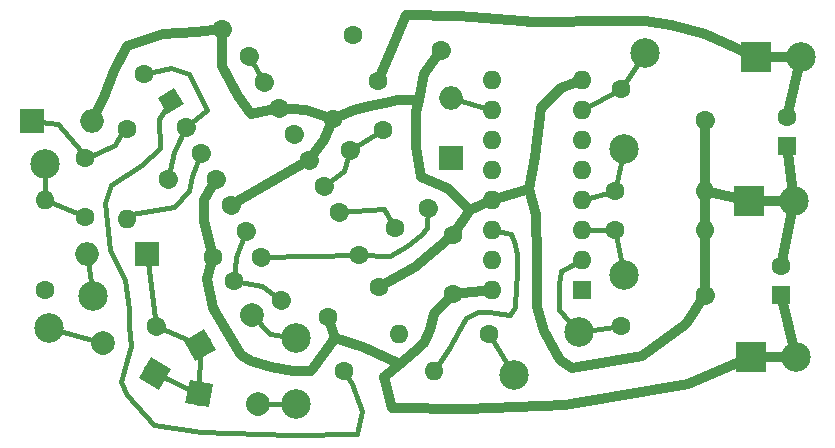
<source format=gbr>
G04 #@! TF.GenerationSoftware,KiCad,Pcbnew,(5.1.2-1)-1*
G04 #@! TF.CreationDate,2021-07-21T16:43:49-04:00*
G04 #@! TF.ProjectId,Four_Step_Sequencer,466f7572-5f53-4746-9570-5f5365717565,rev?*
G04 #@! TF.SameCoordinates,Original*
G04 #@! TF.FileFunction,Copper,L2,Bot*
G04 #@! TF.FilePolarity,Positive*
%FSLAX46Y46*%
G04 Gerber Fmt 4.6, Leading zero omitted, Abs format (unit mm)*
G04 Created by KiCad (PCBNEW (5.1.2-1)-1) date 2021-07-21 16:43:49*
%MOMM*%
%LPD*%
G04 APERTURE LIST*
%ADD10C,1.600000*%
%ADD11C,1.600000*%
%ADD12C,0.100000*%
%ADD13R,1.600000X1.600000*%
%ADD14O,1.600000X1.600000*%
%ADD15C,2.499360*%
%ADD16R,2.000000X2.000000*%
%ADD17O,2.000000X2.000000*%
%ADD18C,2.000000*%
%ADD19C,2.000000*%
%ADD20R,2.499360X2.499360*%
%ADD21C,0.406400*%
%ADD22C,0.812800*%
G04 APERTURE END LIST*
D10*
X31999114Y-16510000D03*
D11*
X31999114Y-16510000D02*
X31999114Y-16510000D01*
D10*
X33020000Y-33518227D03*
D11*
X33020000Y-33518227D02*
X33020000Y-33518227D01*
D10*
X33269114Y-18709705D03*
D11*
X33269114Y-18709705D02*
X33269114Y-18709705D01*
D10*
X31750000Y-31318523D03*
D11*
X31750000Y-31318523D02*
X31750000Y-31318523D01*
D10*
X34539114Y-20909409D03*
D11*
X34539114Y-20909409D02*
X34539114Y-20909409D01*
D10*
X30480000Y-29118818D03*
D11*
X30480000Y-29118818D02*
X30480000Y-29118818D01*
D10*
X35809114Y-23109114D03*
D11*
X35809114Y-23109114D02*
X35809114Y-23109114D01*
D10*
X29210000Y-26919114D03*
D11*
X29210000Y-26919114D02*
X29210000Y-26919114D01*
D10*
X37079114Y-25308818D03*
D11*
X37079114Y-25308818D02*
X37079114Y-25308818D01*
D10*
X27940000Y-24719409D03*
D11*
X27940000Y-24719409D02*
X27940000Y-24719409D01*
D10*
X38349114Y-27508523D03*
D11*
X38349114Y-27508523D02*
X38349114Y-27508523D01*
D10*
X26670000Y-22519705D03*
D11*
X26670000Y-22519705D02*
X26670000Y-22519705D01*
D10*
X39619114Y-29708227D03*
D11*
X39619114Y-29708227D02*
X39619114Y-29708227D01*
D10*
X25400000Y-20320000D03*
D12*
G36*
X25107180Y-21412820D02*
G01*
X24307180Y-20027180D01*
X25692820Y-19227180D01*
X26492820Y-20612820D01*
X25107180Y-21412820D01*
X25107180Y-21412820D01*
G37*
D10*
X30734000Y-35560000D03*
X24134886Y-39370000D03*
D11*
X24134886Y-39370000D02*
X24134886Y-39370000D01*
D13*
X60198000Y-36322000D03*
D14*
X52578000Y-18542000D03*
X60198000Y-33782000D03*
X52578000Y-21082000D03*
X60198000Y-31242000D03*
X52578000Y-23622000D03*
X60198000Y-28702000D03*
X52578000Y-26162000D03*
X60198000Y-26162000D03*
X52578000Y-28702000D03*
X60198000Y-23622000D03*
X52578000Y-31242000D03*
X60198000Y-21082000D03*
X52578000Y-33782000D03*
X60198000Y-18542000D03*
X52578000Y-36322000D03*
D15*
X35991800Y-45948600D03*
X36017200Y-40386000D03*
X18796000Y-36830000D03*
X15036800Y-39522400D03*
X65532000Y-16256000D03*
X63754000Y-24384000D03*
X59944000Y-39878000D03*
X63754000Y-35052000D03*
D10*
X18084800Y-25146000D03*
X18084800Y-30146000D03*
D13*
X77012800Y-36753800D03*
D10*
X77012800Y-34253800D03*
X77571600Y-21655400D03*
D13*
X77571600Y-24155400D03*
D10*
X49301400Y-31626800D03*
X49301400Y-36626800D03*
X39116000Y-21844000D03*
X42946222Y-18630062D03*
X38658800Y-38582600D03*
X42988927Y-36082600D03*
D16*
X13614400Y-21996400D03*
D17*
X18694400Y-21996400D03*
X49098200Y-20040600D03*
D16*
X49098200Y-25120600D03*
D18*
X24053800Y-43383200D03*
D12*
G36*
X25419825Y-43017175D02*
G01*
X24419825Y-44749225D01*
X22687775Y-43749225D01*
X23687775Y-42017175D01*
X25419825Y-43017175D01*
X25419825Y-43017175D01*
G37*
D18*
X19654391Y-40843200D03*
D19*
X19654391Y-40843200D02*
X19654391Y-40843200D01*
D17*
X18288000Y-33274000D03*
D16*
X23368000Y-33274000D03*
D18*
X27838400Y-40995600D03*
D12*
G36*
X27472375Y-42361625D02*
G01*
X26472375Y-40629575D01*
X28204425Y-39629575D01*
X29204425Y-41361625D01*
X27472375Y-42361625D01*
X27472375Y-42361625D01*
G37*
D18*
X32237809Y-38455600D03*
D19*
X32237809Y-38455600D02*
X32237809Y-38455600D01*
D18*
X32790423Y-45992533D03*
D19*
X32790423Y-45992533D02*
X32790423Y-45992533D01*
D18*
X27787600Y-45110400D03*
D12*
G36*
X26629144Y-45921560D02*
G01*
X26976440Y-43951944D01*
X28946056Y-44299240D01*
X28598760Y-46268856D01*
X26629144Y-45921560D01*
X26629144Y-45921560D01*
G37*
D15*
X14732000Y-25654000D03*
X54483000Y-43535600D03*
D20*
X74523600Y-41960800D03*
D15*
X78333600Y-41960800D03*
X78155800Y-28752800D03*
D20*
X74345800Y-28752800D03*
X74904600Y-16586200D03*
D15*
X78714600Y-16586200D03*
D10*
X14732000Y-36322000D03*
D14*
X14732000Y-28702000D03*
X21717000Y-30302200D03*
D10*
X21717000Y-22682200D03*
X28956000Y-33528000D03*
X25146000Y-26928886D03*
D11*
X25146000Y-26928886D02*
X25146000Y-26928886D01*
D10*
X29713114Y-14224000D03*
D11*
X29713114Y-14224000D02*
X29713114Y-14224000D01*
D10*
X23114000Y-18034000D03*
X40792400Y-14706600D03*
X48296635Y-16029799D03*
D11*
X48296635Y-16029799D02*
X48296635Y-16029799D01*
D10*
X40055800Y-43180000D03*
D14*
X47675800Y-43180000D03*
X70612000Y-31242000D03*
D10*
X62992000Y-31242000D03*
X63500000Y-39370000D03*
X70660458Y-36763807D03*
D11*
X70660458Y-36763807D02*
X70660458Y-36763807D01*
D10*
X62992000Y-27940000D03*
D14*
X70612000Y-27940000D03*
D10*
X70660458Y-21910193D03*
D11*
X70660458Y-21910193D02*
X70660458Y-21910193D01*
D10*
X63500000Y-19304000D03*
X34693468Y-37201882D03*
D11*
X34693468Y-37201882D02*
X34693468Y-37201882D01*
D10*
X41292582Y-33391882D03*
X47197754Y-29395941D03*
D11*
X47197754Y-29395941D02*
X47197754Y-29395941D01*
D10*
X43387754Y-22796827D03*
X44338139Y-31046940D03*
X40528139Y-24447826D03*
D11*
X40528139Y-24447826D02*
X40528139Y-24447826D01*
D14*
X44704000Y-40081200D03*
D10*
X52324000Y-40081200D03*
D21*
X18288000Y-25146000D02*
X20675600Y-24028400D01*
X20675600Y-24028400D02*
X21590000Y-22352000D01*
X13614400Y-21996400D02*
X15875000Y-22225000D01*
X15875000Y-22225000D02*
X18288000Y-25146000D01*
X14732000Y-25654000D02*
X14732000Y-28702000D01*
X18288000Y-30146000D02*
X14732000Y-28702000D01*
D22*
X28956000Y-33528000D02*
X28473400Y-35356800D01*
X28473400Y-35356800D02*
X28956000Y-37871400D01*
X28956000Y-37871400D02*
X30022800Y-39674800D01*
X30022800Y-39674800D02*
X31343600Y-41783000D01*
X52578000Y-36322000D02*
X49301400Y-36626800D01*
X77012800Y-36753800D02*
X78333600Y-41960800D01*
X78333600Y-41960800D02*
X74523600Y-41960800D01*
X74523600Y-41960800D02*
X69189600Y-44246800D01*
X69189600Y-44246800D02*
X58750200Y-46024800D01*
X58750200Y-46024800D02*
X50495200Y-46405800D01*
X50495200Y-46405800D02*
X44119800Y-46278800D01*
X44119800Y-46278800D02*
X43408600Y-43713400D01*
X49301400Y-36626800D02*
X47701200Y-38328600D01*
X47701200Y-38328600D02*
X47294800Y-39700200D01*
X47294800Y-39700200D02*
X46837600Y-40767000D01*
X46837600Y-40767000D02*
X45948600Y-41605200D01*
X45948600Y-41605200D02*
X44754800Y-42595800D01*
X44754800Y-42595800D02*
X43408600Y-43713400D01*
X37261800Y-43180000D02*
X35763200Y-43154600D01*
X35763200Y-43154600D02*
X33858200Y-42799000D01*
X33858200Y-42799000D02*
X32181800Y-42291000D01*
X32181800Y-42291000D02*
X31343600Y-41783000D01*
X29210000Y-26919114D02*
X28194000Y-28702000D01*
X28194000Y-28702000D02*
X28194000Y-30480000D01*
X28194000Y-30480000D02*
X28956000Y-33528000D01*
X37261800Y-43180000D02*
X38430200Y-41605200D01*
X38430200Y-41605200D02*
X39293800Y-40386000D01*
X39293800Y-40386000D02*
X38658800Y-38582600D01*
X44754800Y-42595800D02*
X41630600Y-41122600D01*
X41630600Y-41122600D02*
X39293800Y-40386000D01*
X70612000Y-27940000D02*
X70660458Y-21910193D01*
X78155800Y-28752800D02*
X74345800Y-28752800D01*
X70612000Y-31242000D02*
X70612000Y-27940000D01*
X70612000Y-27940000D02*
X74345800Y-28752800D01*
X70660458Y-36763807D02*
X70612000Y-31242000D01*
X60198000Y-18542000D02*
X58445400Y-19253200D01*
X58445400Y-19253200D02*
X56692800Y-20878800D01*
X56692800Y-20878800D02*
X56184800Y-25095200D01*
X56184800Y-25095200D02*
X55676800Y-27787600D01*
X55676800Y-27787600D02*
X52578000Y-28702000D01*
X42988927Y-36082600D02*
X46024800Y-34391600D01*
X46024800Y-34391600D02*
X49301400Y-31626800D01*
X78155800Y-28752800D02*
X77571600Y-24155400D01*
X77012800Y-34253800D02*
X78155800Y-28752800D01*
X49301400Y-31626800D02*
X50749200Y-29565600D01*
X50749200Y-29565600D02*
X52578000Y-28702000D01*
X50749200Y-29565600D02*
X48742600Y-27660600D01*
X48742600Y-27660600D02*
X46583600Y-26746200D01*
X46583600Y-26746200D02*
X46126400Y-24231600D01*
X46126400Y-24231600D02*
X46126400Y-22606000D01*
X70660458Y-36763807D02*
X69011800Y-39166800D01*
X69011800Y-39166800D02*
X65303400Y-41884600D01*
X65303400Y-41884600D02*
X59334400Y-42926000D01*
X59334400Y-42926000D02*
X58369200Y-42214800D01*
X58369200Y-42214800D02*
X57023000Y-39776400D01*
X57023000Y-39776400D02*
X56388000Y-37719000D01*
X56388000Y-37719000D02*
X56413400Y-33629600D01*
X56413400Y-33629600D02*
X56311800Y-29946600D01*
X56311800Y-29946600D02*
X55676800Y-27787600D01*
X18694400Y-21996400D02*
X19761200Y-20015200D01*
X19761200Y-20015200D02*
X20574000Y-17780000D01*
X30480000Y-29118818D02*
X37079114Y-25308818D01*
X39116000Y-21844000D02*
X38354000Y-23622000D01*
X38354000Y-23622000D02*
X37079114Y-25308818D01*
X39116000Y-21844000D02*
X36830000Y-21082000D01*
X36830000Y-21082000D02*
X34539114Y-20909409D01*
X20574000Y-17780000D02*
X21666200Y-15671800D01*
X21666200Y-15671800D02*
X24765000Y-14605000D01*
X24765000Y-14605000D02*
X27508200Y-14478000D01*
X27508200Y-14478000D02*
X29713114Y-14224000D01*
X29713114Y-14224000D02*
X29692600Y-17322800D01*
X29692600Y-17322800D02*
X31064200Y-19888200D01*
X31064200Y-19888200D02*
X32181800Y-21412200D01*
X32181800Y-21412200D02*
X34539114Y-20909409D01*
X46126400Y-22606000D02*
X46172657Y-21229857D01*
X40894000Y-21107400D02*
X39116000Y-21844000D01*
X48296635Y-16029799D02*
X46812200Y-18059400D01*
X46373048Y-20236448D02*
X44653200Y-20243800D01*
X46812200Y-18059400D02*
X46373048Y-20236448D01*
X46373048Y-20236448D02*
X46172657Y-21229857D01*
X44653200Y-20243800D02*
X43535600Y-20523200D01*
X43535600Y-20523200D02*
X42291000Y-20726400D01*
X42291000Y-20726400D02*
X40894000Y-21107400D01*
X74904600Y-16586200D02*
X78714600Y-16586200D01*
X78714600Y-16586200D02*
X77571600Y-21655400D01*
X74904600Y-16586200D02*
X70637400Y-14681200D01*
X70637400Y-14681200D02*
X67716400Y-13843000D01*
X67716400Y-13843000D02*
X65557400Y-13512800D01*
X65557400Y-13512800D02*
X63017400Y-13563600D01*
X56239818Y-13610182D02*
X49784000Y-13157200D01*
X63017400Y-13563600D02*
X56239818Y-13610182D01*
X56239818Y-13610182D02*
X55626000Y-13614400D01*
X49784000Y-13157200D02*
X45262800Y-13030200D01*
X45262800Y-13030200D02*
X44221400Y-15621000D01*
X44221400Y-15621000D02*
X42946222Y-18630062D01*
D21*
X52578000Y-21082000D02*
X49098200Y-20040600D01*
X24053800Y-43383200D02*
X27787600Y-45110400D01*
X27838400Y-40995600D02*
X27787600Y-45110400D01*
X27838400Y-40995600D02*
X24134886Y-39370000D01*
X24134886Y-39370000D02*
X23368000Y-33274000D01*
X19654391Y-40843200D02*
X15036800Y-39522400D01*
X18796000Y-36830000D02*
X18288000Y-33274000D01*
X36017200Y-40386000D02*
X33756600Y-40030400D01*
X33756600Y-40030400D02*
X32237809Y-38455600D01*
X35991800Y-45948600D02*
X32790423Y-45992533D01*
X54483000Y-43535600D02*
X52324000Y-40081200D01*
X21590000Y-29972000D02*
X25628600Y-29260800D01*
X25628600Y-29260800D02*
X26924000Y-27940000D01*
X26924000Y-27940000D02*
X27178000Y-26670000D01*
X27178000Y-26670000D02*
X27940000Y-24719409D01*
X26924000Y-18034000D02*
X28448000Y-21082000D01*
X25400000Y-17526000D02*
X26924000Y-18034000D01*
X28448000Y-21082000D02*
X26670000Y-22519705D01*
X23114000Y-18034000D02*
X25400000Y-17526000D01*
X26670000Y-22519705D02*
X25654000Y-24638000D01*
X25654000Y-24638000D02*
X25146000Y-26928886D01*
X23926800Y-47726600D02*
X21640800Y-45237400D01*
X21640800Y-45237400D02*
X21132800Y-44094400D01*
X21132800Y-44094400D02*
X21640800Y-42265600D01*
X21640800Y-42265600D02*
X22021800Y-41097200D01*
X22021800Y-41097200D02*
X21844000Y-39395400D01*
X21844000Y-39395400D02*
X21818600Y-37896800D01*
X21818600Y-37896800D02*
X21488400Y-35509200D01*
X21488400Y-35509200D02*
X20269200Y-32943800D01*
X20269200Y-32943800D02*
X19989800Y-30556200D01*
X19989800Y-30556200D02*
X19837400Y-28930600D01*
X19837400Y-28930600D02*
X20320000Y-27432000D01*
X20320000Y-27432000D02*
X22936200Y-25730200D01*
X22936200Y-25730200D02*
X24434800Y-24333200D01*
X23926800Y-47726600D02*
X27940000Y-48310800D01*
X27940000Y-48310800D02*
X35585400Y-48590200D01*
X35585400Y-48590200D02*
X41122600Y-48539400D01*
X41122600Y-48539400D02*
X41605200Y-46583600D01*
X41605200Y-46583600D02*
X40767000Y-44297600D01*
X40767000Y-44297600D02*
X40055800Y-43180000D01*
X25400000Y-20320000D02*
X24384000Y-21844000D01*
X24384000Y-21844000D02*
X24434800Y-24333200D01*
X48996600Y-41148000D02*
X47675800Y-43180000D01*
X48996600Y-41148000D02*
X49733200Y-39878000D01*
X49733200Y-39878000D02*
X50368200Y-38709600D01*
X50368200Y-38709600D02*
X51384200Y-38176200D01*
X51384200Y-38176200D02*
X52324000Y-38176200D01*
X52324000Y-38176200D02*
X52959000Y-38227000D01*
X52959000Y-38227000D02*
X53441600Y-38354000D01*
X53441600Y-38354000D02*
X54076600Y-38430200D01*
X54076600Y-38430200D02*
X54559200Y-37744400D01*
X54559200Y-37744400D02*
X54584600Y-36042600D01*
X54584600Y-36042600D02*
X54660800Y-34925000D01*
X54660800Y-34925000D02*
X54660800Y-33274000D01*
X54660800Y-33274000D02*
X54457600Y-32181800D01*
X54457600Y-32181800D02*
X54229000Y-31546800D01*
X54229000Y-31546800D02*
X52578000Y-31242000D01*
X30734000Y-35560000D02*
X30911800Y-33528000D01*
X30911800Y-33528000D02*
X31750000Y-31318523D01*
X34693468Y-37201882D02*
X33070800Y-35941000D01*
X33070800Y-35941000D02*
X30734000Y-35560000D01*
X46583600Y-31673800D02*
X47040800Y-31064200D01*
X47040800Y-31064200D02*
X47197754Y-29395941D01*
X46583600Y-31673800D02*
X45415200Y-32613600D01*
X45415200Y-32613600D02*
X43916600Y-33401000D01*
X43916600Y-33401000D02*
X41292582Y-33391882D01*
X33020000Y-33518227D02*
X41292582Y-33391882D01*
X38349114Y-27508523D02*
X40055800Y-26263600D01*
X40055800Y-26263600D02*
X40528139Y-24447826D01*
X40528139Y-24447826D02*
X43387754Y-22796827D01*
X44338139Y-31046940D02*
X43459400Y-29489400D01*
X43459400Y-29489400D02*
X39619114Y-29708227D01*
X63754000Y-35052000D02*
X62992000Y-31242000D01*
X62992000Y-31242000D02*
X60198000Y-31242000D01*
X63500000Y-39370000D02*
X59944000Y-39878000D01*
X59944000Y-39878000D02*
X58242200Y-38023800D01*
X58242200Y-38023800D02*
X58293000Y-35788600D01*
X58293000Y-35788600D02*
X58420000Y-34696400D01*
X58420000Y-34696400D02*
X60198000Y-33782000D01*
X60198000Y-28702000D02*
X62992000Y-27940000D01*
X62992000Y-27940000D02*
X63754000Y-24384000D01*
X60198000Y-21082000D02*
X63500000Y-19304000D01*
X63500000Y-19304000D02*
X65532000Y-16256000D01*
X33269114Y-18709705D02*
X31999114Y-16510000D01*
M02*

</source>
